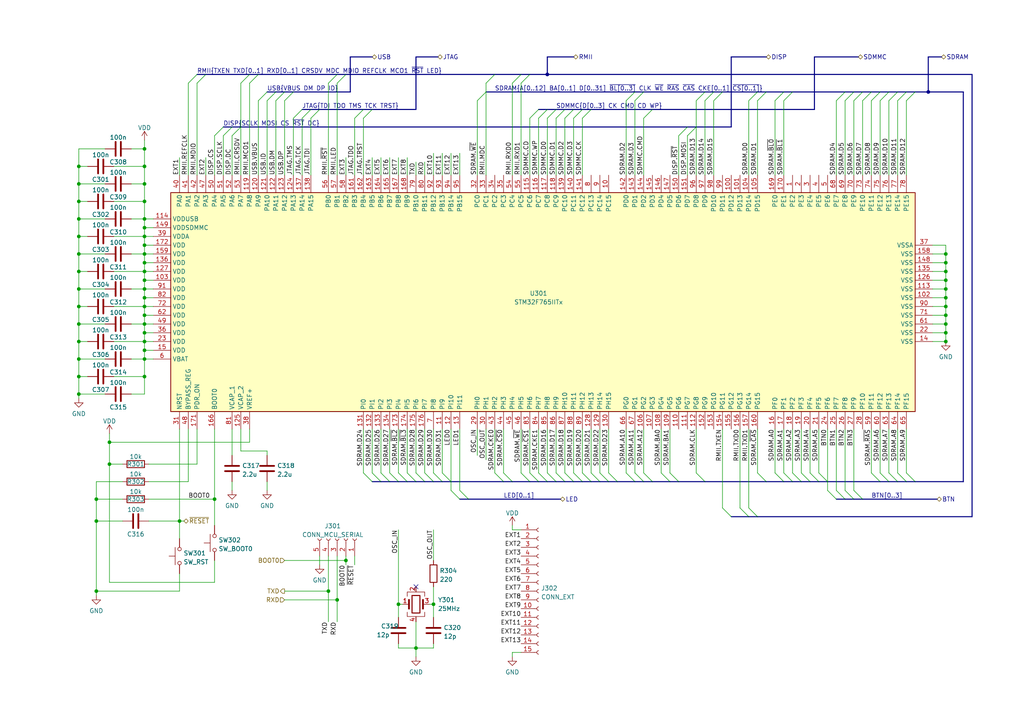
<source format=kicad_sch>
(kicad_sch (version 20211123) (generator eeschema)
  (paper "A4")
  (title_block (title "MARCO RAM Board") (rev "1") (comment 9 "MCU"))
  (junction (at 274.32 86.36))
  (junction (at 274.32 83.82))
  (junction (at 97.79 173.99))
  (junction (at 274.32 73.66))
  (junction (at 22.86 99.06))
  (junction (at 274.32 96.52))
  (junction (at 41.91 66.04))
  (junction (at 41.91 99.06))
  (junction (at 22.86 63.5))
  (junction (at 41.91 53.34))
  (junction (at 41.91 73.66))
  (junction (at 41.91 83.82))
  (junction (at 274.32 99.06))
  (junction (at 41.91 91.44))
  (junction (at 125.73 175.26))
  (junction (at 41.91 58.42))
  (junction (at 22.86 114.3))
  (junction (at 41.91 86.36))
  (junction (at 27.94 171.45))
  (junction (at 22.86 88.9))
  (junction (at 41.91 43.18))
  (junction (at 41.91 96.52))
  (junction (at 52.07 151.13))
  (junction (at 100.33 162.56))
  (junction (at 120.65 187.96))
  (junction (at 95.25 171.45))
  (junction (at 22.86 93.98))
  (junction (at 31.75 128.27))
  (junction (at 27.94 144.78))
  (junction (at 41.91 68.58))
  (junction (at 31.75 134.62))
  (junction (at 22.86 53.34))
  (junction (at 22.86 68.58))
  (junction (at 274.32 78.74))
  (junction (at 41.91 78.74))
  (junction (at 274.32 88.9))
  (junction (at 274.32 81.28))
  (junction (at 41.91 109.22))
  (junction (at 274.32 76.2))
  (junction (at 62.23 144.78))
  (junction (at 274.32 91.44))
  (junction (at 269.24 26.67))
  (junction (at 22.86 58.42))
  (junction (at 22.86 109.22))
  (junction (at 115.57 175.26))
  (junction (at 22.86 78.74))
  (junction (at 22.86 83.82))
  (junction (at 22.86 104.14))
  (junction (at 41.91 104.14))
  (junction (at 41.91 93.98))
  (junction (at 22.86 73.66))
  (junction (at 41.91 101.6))
  (junction (at 41.91 71.12))
  (junction (at 41.91 63.5))
  (junction (at 22.86 48.26))
  (junction (at 41.91 88.9))
  (junction (at 41.91 81.28))
  (junction (at 274.32 93.98))
  (junction (at 41.91 48.26))
  (junction (at 158.75 21.59))
  (junction (at 27.94 151.13))
  (junction (at 41.91 76.2))
  (no_connect (at 120.65 170.18))
  (bus_entry (at 82.55 26.67) (size -2.54 2.54))
  (bus_entry (at 80.01 26.67) (size -2.54 2.54))
  (bus_entry (at 260.35 137.16) (size 2.54 2.54))
  (bus_entry (at 171.45 137.16) (size 2.54 2.54))
  (bus_entry (at 255.27 26.67) (size -2.54 2.54))
  (bus_entry (at 143.51 137.16) (size 2.54 2.54))
  (bus_entry (at 247.65 26.67) (size -2.54 2.54))
  (bus_entry (at 250.19 26.67) (size -2.54 2.54))
  (bus_entry (at 191.77 137.16) (size 2.54 2.54))
  (bus_entry (at 163.83 137.16) (size 2.54 2.54))
  (bus_entry (at 105.41 31.75) (size -2.54 2.54))
  (bus_entry (at 232.41 137.16) (size 2.54 2.54))
  (bus_entry (at 252.73 26.67) (size -2.54 2.54))
  (bus_entry (at 247.65 144.78) (size -2.54 -2.54))
  (bus_entry (at 156.21 31.75) (size -2.54 2.54))
  (bus_entry (at 262.89 26.67) (size -2.54 2.54))
  (bus_entry (at 74.93 21.59) (size -2.54 2.54))
  (bus_entry (at 120.65 137.16) (size 2.54 2.54))
  (bus_entry (at 107.95 31.75) (size -2.54 2.54))
  (bus_entry (at 219.71 26.67) (size -2.54 2.54))
  (bus_entry (at 118.11 137.16) (size 2.54 2.54))
  (bus_entry (at 201.93 36.83) (size -2.54 2.54))
  (bus_entry (at 199.39 36.83) (size -2.54 2.54))
  (bus_entry (at 168.91 137.16) (size 2.54 2.54))
  (bus_entry (at 237.49 137.16) (size 2.54 2.54))
  (bus_entry (at 59.69 21.59) (size -2.54 2.54))
  (bus_entry (at 161.29 31.75) (size -2.54 2.54))
  (bus_entry (at 229.87 137.16) (size 2.54 2.54))
  (bus_entry (at 201.93 137.16) (size 2.54 2.54))
  (bus_entry (at 234.95 137.16) (size 2.54 2.54))
  (bus_entry (at 227.33 137.16) (size 2.54 2.54))
  (bus_entry (at 176.53 137.16) (size 2.54 2.54))
  (bus_entry (at 255.27 137.16) (size 2.54 2.54))
  (bus_entry (at 163.83 31.75) (size -2.54 2.54))
  (bus_entry (at 265.43 26.67) (size -2.54 2.54))
  (bus_entry (at 222.25 26.67) (size -2.54 2.54))
  (bus_entry (at 245.11 26.67) (size -2.54 2.54))
  (bus_entry (at 227.33 26.67) (size -2.54 2.54))
  (bus_entry (at 257.81 26.67) (size -2.54 2.54))
  (bus_entry (at 69.85 36.83) (size -2.54 2.54))
  (bus_entry (at 245.11 144.78) (size -2.54 -2.54))
  (bus_entry (at 189.23 31.75) (size -2.54 2.54))
  (bus_entry (at 161.29 139.7) (size -2.54 -2.54))
  (bus_entry (at 128.27 137.16) (size 2.54 2.54))
  (bus_entry (at 217.17 149.86) (size -2.54 -2.54))
  (bus_entry (at 212.09 149.86) (size -2.54 -2.54))
  (bus_entry (at 143.51 21.59) (size -2.54 2.54))
  (bus_entry (at 186.69 137.16) (size 2.54 2.54))
  (bus_entry (at 133.35 144.78) (size -2.54 -2.54))
  (bus_entry (at 125.73 137.16) (size 2.54 2.54))
  (bus_entry (at 64.77 36.83) (size -2.54 2.54))
  (bus_entry (at 153.67 137.16) (size 2.54 2.54))
  (bus_entry (at 219.71 137.16) (size 2.54 2.54))
  (bus_entry (at 260.35 26.67) (size -2.54 2.54))
  (bus_entry (at 113.03 137.16) (size 2.54 2.54))
  (bus_entry (at 257.81 137.16) (size 2.54 2.54))
  (bus_entry (at 115.57 137.16) (size 2.54 2.54))
  (bus_entry (at 77.47 26.67) (size -2.54 2.54))
  (bus_entry (at 135.89 144.78) (size -2.54 -2.54))
  (bus_entry (at 90.17 31.75) (size -2.54 2.54))
  (bus_entry (at 184.15 137.16) (size 2.54 2.54))
  (bus_entry (at 153.67 21.59) (size -2.54 2.54))
  (bus_entry (at 186.69 26.67) (size -2.54 2.54))
  (bus_entry (at 209.55 26.67) (size -2.54 2.54))
  (bus_entry (at 252.73 137.16) (size 2.54 2.54))
  (bus_entry (at 72.39 21.59) (size -2.54 2.54))
  (bus_entry (at 224.79 137.16) (size 2.54 2.54))
  (bus_entry (at 166.37 31.75) (size -2.54 2.54))
  (bus_entry (at 219.71 149.86) (size -2.54 -2.54))
  (bus_entry (at 92.71 31.75) (size -2.54 2.54))
  (bus_entry (at 123.19 137.16) (size 2.54 2.54))
  (bus_entry (at 151.13 137.16) (size 2.54 2.54))
  (bus_entry (at 181.61 137.16) (size 2.54 2.54))
  (bus_entry (at 161.29 137.16) (size 2.54 2.54))
  (bus_entry (at 207.01 26.67) (size -2.54 2.54))
  (bus_entry (at 151.13 21.59) (size -2.54 2.54))
  (bus_entry (at 140.97 26.67) (size -2.54 2.54))
  (bus_entry (at 156.21 137.16) (size 2.54 2.54))
  (bus_entry (at 57.15 21.59) (size -2.54 2.54))
  (bus_entry (at 97.79 21.59) (size -2.54 2.54))
  (bus_entry (at 100.33 21.59) (size -2.54 2.54))
  (bus_entry (at 242.57 144.78) (size -2.54 -2.54))
  (bus_entry (at 204.47 26.67) (size -2.54 2.54))
  (bus_entry (at 67.31 36.83) (size -2.54 2.54))
  (bus_entry (at 158.75 31.75) (size -2.54 2.54))
  (bus_entry (at 184.15 26.67) (size -2.54 2.54))
  (bus_entry (at 110.49 137.16) (size 2.54 2.54))
  (bus_entry (at 262.89 137.16) (size 2.54 2.54))
  (bus_entry (at 105.41 137.16) (size 2.54 2.54))
  (bus_entry (at 146.05 137.16) (size 2.54 2.54))
  (bus_entry (at 168.91 31.75) (size -2.54 2.54))
  (bus_entry (at 194.31 137.16) (size 2.54 2.54))
  (bus_entry (at 229.87 26.67) (size -2.54 2.54))
  (bus_entry (at 173.99 137.16) (size 2.54 2.54))
  (bus_entry (at 107.95 137.16) (size 2.54 2.54))
  (bus_entry (at 171.45 31.75) (size -2.54 2.54))
  (bus_entry (at 166.37 137.16) (size 2.54 2.54))
  (bus_entry (at 85.09 26.67) (size -2.54 2.54))
  (bus_entry (at 87.63 31.75) (size -2.54 2.54))
  (bus_entry (at 250.19 144.78) (size -2.54 -2.54))
  (wire (pts (xy 110.49 45.72) (xy 110.49 50.8)))
  (wire (pts (xy 100.33 161.29) (xy 100.33 162.56)))
  (bus (pts (xy 107.95 31.75) (xy 120.65 31.75)))
  (wire (pts (xy 143.51 124.46) (xy 143.51 137.16)))
  (wire (pts (xy 95.25 24.13) (xy 95.25 50.8)))
  (wire (pts (xy 38.1 53.34) (xy 41.91 53.34)))
  (wire (pts (xy 41.91 81.28) (xy 44.45 81.28)))
  (wire (pts (xy 27.94 139.7) (xy 27.94 144.78)))
  (wire (pts (xy 22.86 73.66) (xy 30.48 73.66)))
  (wire (pts (xy 41.91 43.18) (xy 41.91 48.26)))
  (wire (pts (xy 69.85 124.46) (xy 69.85 130.81)))
  (wire (pts (xy 274.32 73.66) (xy 274.32 76.2)))
  (wire (pts (xy 242.57 124.46) (xy 242.57 142.24)))
  (wire (pts (xy 85.09 34.29) (xy 85.09 50.8)))
  (wire (pts (xy 69.85 24.13) (xy 69.85 36.83)))
  (wire (pts (xy 22.86 73.66) (xy 22.86 68.58)))
  (wire (pts (xy 22.86 83.82) (xy 30.48 83.82)))
  (bus (pts (xy 156.21 31.75) (xy 158.75 31.75)))
  (wire (pts (xy 158.75 124.46) (xy 158.75 137.16)))
  (wire (pts (xy 140.97 24.13) (xy 140.97 26.67)))
  (wire (pts (xy 62.23 39.37) (xy 62.23 50.8)))
  (wire (pts (xy 22.86 78.74) (xy 25.4 78.74)))
  (wire (pts (xy 115.57 175.26) (xy 116.84 175.26)))
  (wire (pts (xy 107.95 124.46) (xy 107.95 137.16)))
  (bus (pts (xy 212.09 149.86) (xy 217.17 149.86)))
  (wire (pts (xy 130.81 139.7) (xy 130.81 142.24)))
  (wire (pts (xy 270.51 81.28) (xy 274.32 81.28)))
  (wire (pts (xy 22.86 63.5) (xy 22.86 58.42)))
  (bus (pts (xy 250.19 144.78) (xy 271.78 144.78)))
  (bus (pts (xy 245.11 26.67) (xy 247.65 26.67)))
  (wire (pts (xy 31.75 125.73) (xy 31.75 128.27)))
  (bus (pts (xy 127 16.51) (xy 120.65 16.51)))
  (wire (pts (xy 43.18 144.78) (xy 62.23 144.78)))
  (wire (pts (xy 123.19 46.99) (xy 123.19 50.8)))
  (bus (pts (xy 184.15 139.7) (xy 186.69 139.7)))
  (bus (pts (xy 158.75 31.75) (xy 161.29 31.75)))
  (bus (pts (xy 201.93 36.83) (xy 212.09 36.83)))
  (wire (pts (xy 191.77 124.46) (xy 191.77 137.16)))
  (bus (pts (xy 222.25 139.7) (xy 227.33 139.7)))
  (wire (pts (xy 22.86 93.98) (xy 30.48 93.98)))
  (wire (pts (xy 148.59 152.4) (xy 148.59 153.67)))
  (wire (pts (xy 199.39 39.37) (xy 199.39 50.8)))
  (wire (pts (xy 22.86 104.14) (xy 30.48 104.14)))
  (bus (pts (xy 67.31 36.83) (xy 69.85 36.83)))
  (wire (pts (xy 38.1 63.5) (xy 41.91 63.5)))
  (wire (pts (xy 41.91 104.14) (xy 41.91 109.22)))
  (wire (pts (xy 115.57 175.26) (xy 115.57 179.07)))
  (wire (pts (xy 64.77 39.37) (xy 64.77 50.8)))
  (wire (pts (xy 57.15 24.13) (xy 57.15 50.8)))
  (wire (pts (xy 151.13 189.23) (xy 148.59 189.23)))
  (wire (pts (xy 52.07 166.37) (xy 52.07 171.45)))
  (bus (pts (xy 82.55 26.67) (xy 85.09 26.67)))
  (wire (pts (xy 133.35 124.46) (xy 133.35 142.24)))
  (wire (pts (xy 120.65 46.99) (xy 120.65 50.8)))
  (bus (pts (xy 176.53 139.7) (xy 179.07 139.7)))
  (wire (pts (xy 125.73 175.26) (xy 125.73 179.07)))
  (wire (pts (xy 41.91 99.06) (xy 44.45 99.06)))
  (wire (pts (xy 27.94 144.78) (xy 35.56 144.78)))
  (wire (pts (xy 62.23 144.78) (xy 62.23 152.4)))
  (wire (pts (xy 229.87 124.46) (xy 229.87 137.16)))
  (bus (pts (xy 158.75 21.59) (xy 158.75 16.51)))
  (bus (pts (xy 168.91 139.7) (xy 171.45 139.7)))
  (bus (pts (xy 227.33 26.67) (xy 229.87 26.67)))
  (wire (pts (xy 110.49 124.46) (xy 110.49 137.16)))
  (wire (pts (xy 161.29 124.46) (xy 161.29 137.16)))
  (bus (pts (xy 255.27 26.67) (xy 257.81 26.67)))
  (wire (pts (xy 262.89 29.21) (xy 262.89 50.8)))
  (wire (pts (xy 123.19 124.46) (xy 123.19 137.16)))
  (bus (pts (xy 166.37 139.7) (xy 168.91 139.7)))
  (wire (pts (xy 27.94 144.78) (xy 27.94 151.13)))
  (wire (pts (xy 41.91 93.98) (xy 41.91 96.52)))
  (bus (pts (xy 227.33 139.7) (xy 229.87 139.7)))
  (bus (pts (xy 101.6 26.67) (xy 101.6 16.51)))
  (bus (pts (xy 85.09 26.67) (xy 101.6 26.67)))
  (wire (pts (xy 41.91 63.5) (xy 41.91 66.04)))
  (wire (pts (xy 201.93 124.46) (xy 201.93 137.16)))
  (wire (pts (xy 274.32 91.44) (xy 274.32 93.98)))
  (bus (pts (xy 240.03 139.7) (xy 255.27 139.7)))
  (wire (pts (xy 207.01 29.21) (xy 207.01 50.8)))
  (wire (pts (xy 41.91 68.58) (xy 44.45 68.58)))
  (wire (pts (xy 41.91 91.44) (xy 41.91 93.98)))
  (wire (pts (xy 41.91 86.36) (xy 44.45 86.36)))
  (bus (pts (xy 222.25 26.67) (xy 227.33 26.67)))
  (wire (pts (xy 250.19 29.21) (xy 250.19 50.8)))
  (wire (pts (xy 97.79 24.13) (xy 97.79 50.8)))
  (wire (pts (xy 100.33 162.56) (xy 100.33 163.83)))
  (wire (pts (xy 161.29 34.29) (xy 161.29 50.8)))
  (wire (pts (xy 257.81 124.46) (xy 257.81 137.16)))
  (wire (pts (xy 52.07 151.13) (xy 52.07 124.46)))
  (wire (pts (xy 201.93 29.21) (xy 201.93 36.83)))
  (bus (pts (xy 110.49 139.7) (xy 113.03 139.7)))
  (wire (pts (xy 186.69 124.46) (xy 186.69 137.16)))
  (wire (pts (xy 224.79 29.21) (xy 224.79 50.8)))
  (wire (pts (xy 52.07 45.72) (xy 52.07 50.8)))
  (wire (pts (xy 184.15 29.21) (xy 184.15 50.8)))
  (bus (pts (xy 260.35 26.67) (xy 262.89 26.67)))
  (bus (pts (xy 143.51 21.59) (xy 151.13 21.59)))
  (wire (pts (xy 41.91 66.04) (xy 44.45 66.04)))
  (bus (pts (xy 179.07 139.7) (xy 184.15 139.7)))
  (wire (pts (xy 227.33 29.21) (xy 227.33 50.8)))
  (bus (pts (xy 135.89 144.78) (xy 162.56 144.78)))
  (wire (pts (xy 22.86 53.34) (xy 30.48 53.34)))
  (wire (pts (xy 41.91 73.66) (xy 44.45 73.66)))
  (wire (pts (xy 38.1 43.18) (xy 41.91 43.18)))
  (bus (pts (xy 107.95 139.7) (xy 110.49 139.7)))
  (wire (pts (xy 163.83 124.46) (xy 163.83 137.16)))
  (wire (pts (xy 270.51 83.82) (xy 274.32 83.82)))
  (wire (pts (xy 33.02 58.42) (xy 41.91 58.42)))
  (wire (pts (xy 163.83 34.29) (xy 163.83 50.8)))
  (wire (pts (xy 237.49 124.46) (xy 237.49 137.16)))
  (wire (pts (xy 247.65 29.21) (xy 247.65 50.8)))
  (wire (pts (xy 22.86 78.74) (xy 22.86 73.66)))
  (bus (pts (xy 100.33 21.59) (xy 143.51 21.59)))
  (wire (pts (xy 22.86 88.9) (xy 25.4 88.9)))
  (wire (pts (xy 274.32 88.9) (xy 274.32 91.44)))
  (wire (pts (xy 41.91 58.42) (xy 41.91 63.5)))
  (bus (pts (xy 204.47 26.67) (xy 207.01 26.67)))
  (wire (pts (xy 166.37 34.29) (xy 166.37 50.8)))
  (wire (pts (xy 41.91 81.28) (xy 41.91 83.82)))
  (wire (pts (xy 22.86 43.18) (xy 30.48 43.18)))
  (bus (pts (xy 120.65 139.7) (xy 123.19 139.7)))
  (wire (pts (xy 41.91 68.58) (xy 41.91 71.12)))
  (wire (pts (xy 41.91 73.66) (xy 41.91 76.2)))
  (wire (pts (xy 105.41 124.46) (xy 105.41 137.16)))
  (wire (pts (xy 41.91 109.22) (xy 41.91 114.3)))
  (wire (pts (xy 181.61 124.46) (xy 181.61 137.16)))
  (bus (pts (xy 59.69 21.59) (xy 72.39 21.59)))
  (wire (pts (xy 140.97 26.67) (xy 140.97 50.8)))
  (wire (pts (xy 62.23 168.91) (xy 62.23 162.56)))
  (wire (pts (xy 22.86 48.26) (xy 22.86 43.18)))
  (wire (pts (xy 240.03 139.7) (xy 240.03 142.24)))
  (wire (pts (xy 22.86 88.9) (xy 22.86 83.82)))
  (wire (pts (xy 270.51 91.44) (xy 274.32 91.44)))
  (wire (pts (xy 156.21 124.46) (xy 156.21 137.16)))
  (wire (pts (xy 102.87 161.29) (xy 102.87 163.83)))
  (wire (pts (xy 95.25 161.29) (xy 95.25 171.45)))
  (bus (pts (xy 77.47 26.67) (xy 80.01 26.67)))
  (wire (pts (xy 115.57 153.67) (xy 115.57 175.26)))
  (wire (pts (xy 130.81 124.46) (xy 130.81 139.7)))
  (bus (pts (xy 161.29 139.7) (xy 163.83 139.7)))
  (bus (pts (xy 92.71 31.75) (xy 105.41 31.75)))
  (wire (pts (xy 22.86 114.3) (xy 22.86 109.22)))
  (bus (pts (xy 269.24 16.51) (xy 273.05 16.51)))
  (wire (pts (xy 245.11 124.46) (xy 245.11 142.24)))
  (wire (pts (xy 43.18 139.7) (xy 54.61 139.7)))
  (bus (pts (xy 153.67 21.59) (xy 158.75 21.59)))
  (wire (pts (xy 41.91 93.98) (xy 44.45 93.98)))
  (wire (pts (xy 27.94 171.45) (xy 52.07 171.45)))
  (wire (pts (xy 217.17 29.21) (xy 217.17 50.8)))
  (wire (pts (xy 67.31 124.46) (xy 67.31 132.08)))
  (wire (pts (xy 38.1 73.66) (xy 41.91 73.66)))
  (bus (pts (xy 69.85 36.83) (xy 199.39 36.83)))
  (wire (pts (xy 125.73 44.45) (xy 125.73 50.8)))
  (wire (pts (xy 166.37 124.46) (xy 166.37 137.16)))
  (wire (pts (xy 27.94 151.13) (xy 35.56 151.13)))
  (wire (pts (xy 118.11 45.72) (xy 118.11 50.8)))
  (bus (pts (xy 265.43 26.67) (xy 269.24 26.67)))
  (bus (pts (xy 262.89 26.67) (xy 265.43 26.67)))
  (wire (pts (xy 90.17 34.29) (xy 90.17 50.8)))
  (wire (pts (xy 113.03 45.72) (xy 113.03 50.8)))
  (bus (pts (xy 234.95 139.7) (xy 237.49 139.7)))
  (bus (pts (xy 212.09 36.83) (xy 212.09 16.51)))
  (wire (pts (xy 252.73 124.46) (xy 252.73 137.16)))
  (bus (pts (xy 262.89 139.7) (xy 265.43 139.7)))
  (bus (pts (xy 163.83 31.75) (xy 166.37 31.75)))
  (wire (pts (xy 270.51 96.52) (xy 274.32 96.52)))
  (wire (pts (xy 125.73 187.96) (xy 125.73 186.69)))
  (wire (pts (xy 130.81 44.45) (xy 130.81 50.8)))
  (bus (pts (xy 151.13 21.59) (xy 153.67 21.59)))
  (wire (pts (xy 227.33 124.46) (xy 227.33 137.16)))
  (wire (pts (xy 156.21 34.29) (xy 156.21 50.8)))
  (wire (pts (xy 274.32 81.28) (xy 274.32 83.82)))
  (bus (pts (xy 87.63 31.75) (xy 90.17 31.75)))
  (wire (pts (xy 125.73 124.46) (xy 125.73 137.16)))
  (bus (pts (xy 237.49 139.7) (xy 240.03 139.7)))
  (wire (pts (xy 33.02 99.06) (xy 41.91 99.06)))
  (bus (pts (xy 257.81 139.7) (xy 260.35 139.7)))
  (bus (pts (xy 194.31 139.7) (xy 196.85 139.7)))
  (bus (pts (xy 171.45 139.7) (xy 173.99 139.7)))
  (wire (pts (xy 125.73 175.26) (xy 124.46 175.26)))
  (wire (pts (xy 22.86 58.42) (xy 25.4 58.42)))
  (wire (pts (xy 22.86 53.34) (xy 22.86 48.26)))
  (bus (pts (xy 57.15 21.59) (xy 59.69 21.59)))
  (wire (pts (xy 270.51 88.9) (xy 274.32 88.9)))
  (wire (pts (xy 41.91 53.34) (xy 41.91 58.42)))
  (wire (pts (xy 201.93 36.83) (xy 201.93 50.8)))
  (wire (pts (xy 82.55 29.21) (xy 82.55 50.8)))
  (bus (pts (xy 269.24 26.67) (xy 279.4 26.67)))
  (wire (pts (xy 107.95 45.72) (xy 107.95 50.8)))
  (wire (pts (xy 204.47 29.21) (xy 204.47 50.8)))
  (bus (pts (xy 212.09 16.51) (xy 222.25 16.51)))
  (wire (pts (xy 234.95 124.46) (xy 234.95 137.16)))
  (bus (pts (xy 118.11 139.7) (xy 120.65 139.7)))
  (bus (pts (xy 269.24 26.67) (xy 269.24 16.51)))
  (wire (pts (xy 260.35 29.21) (xy 260.35 50.8)))
  (wire (pts (xy 113.03 124.46) (xy 113.03 137.16)))
  (wire (pts (xy 171.45 124.46) (xy 171.45 137.16)))
  (wire (pts (xy 247.65 124.46) (xy 247.65 142.24)))
  (wire (pts (xy 151.13 124.46) (xy 151.13 137.16)))
  (wire (pts (xy 128.27 124.46) (xy 128.27 137.16)))
  (wire (pts (xy 125.73 170.18) (xy 125.73 175.26)))
  (bus (pts (xy 189.23 31.75) (xy 236.22 31.75)))
  (wire (pts (xy 33.02 68.58) (xy 41.91 68.58)))
  (wire (pts (xy 270.51 99.06) (xy 274.32 99.06)))
  (wire (pts (xy 274.32 76.2) (xy 274.32 78.74)))
  (wire (pts (xy 105.41 34.29) (xy 105.41 50.8)))
  (bus (pts (xy 128.27 139.7) (xy 130.81 139.7)))
  (bus (pts (xy 115.57 139.7) (xy 118.11 139.7)))
  (wire (pts (xy 77.47 139.7) (xy 77.47 142.24)))
  (wire (pts (xy 194.31 124.46) (xy 194.31 137.16)))
  (wire (pts (xy 252.73 29.21) (xy 252.73 50.8)))
  (wire (pts (xy 52.07 151.13) (xy 53.34 151.13)))
  (bus (pts (xy 166.37 31.75) (xy 168.91 31.75)))
  (wire (pts (xy 270.51 71.12) (xy 274.32 71.12)))
  (wire (pts (xy 168.91 34.29) (xy 168.91 50.8)))
  (wire (pts (xy 181.61 29.21) (xy 181.61 50.8)))
  (wire (pts (xy 219.71 124.46) (xy 219.71 137.16)))
  (wire (pts (xy 22.86 63.5) (xy 30.48 63.5)))
  (wire (pts (xy 120.65 180.34) (xy 120.65 187.96)))
  (bus (pts (xy 265.43 139.7) (xy 279.4 139.7)))
  (wire (pts (xy 92.71 161.29) (xy 92.71 163.83)))
  (wire (pts (xy 80.01 29.21) (xy 80.01 50.8)))
  (bus (pts (xy 80.01 26.67) (xy 82.55 26.67)))
  (wire (pts (xy 138.43 29.21) (xy 138.43 50.8)))
  (wire (pts (xy 43.18 151.13) (xy 52.07 151.13)))
  (wire (pts (xy 31.75 134.62) (xy 31.75 168.91)))
  (wire (pts (xy 274.32 93.98) (xy 274.32 96.52)))
  (wire (pts (xy 69.85 130.81) (xy 77.47 130.81)))
  (bus (pts (xy 236.22 16.51) (xy 248.92 16.51)))
  (bus (pts (xy 209.55 26.67) (xy 219.71 26.67)))
  (bus (pts (xy 260.35 139.7) (xy 262.89 139.7)))
  (wire (pts (xy 41.91 96.52) (xy 44.45 96.52)))
  (bus (pts (xy 219.71 149.86) (xy 281.94 149.86)))
  (bus (pts (xy 140.97 26.67) (xy 184.15 26.67)))
  (bus (pts (xy 163.83 139.7) (xy 166.37 139.7)))
  (wire (pts (xy 173.99 124.46) (xy 173.99 137.16)))
  (wire (pts (xy 43.18 134.62) (xy 57.15 134.62)))
  (bus (pts (xy 146.05 139.7) (xy 148.59 139.7)))
  (wire (pts (xy 115.57 45.72) (xy 115.57 50.8)))
  (bus (pts (xy 153.67 139.7) (xy 156.21 139.7)))
  (wire (pts (xy 41.91 40.64) (xy 41.91 43.18)))
  (bus (pts (xy 72.39 21.59) (xy 74.93 21.59)))
  (wire (pts (xy 38.1 104.14) (xy 41.91 104.14)))
  (bus (pts (xy 158.75 21.59) (xy 281.94 21.59)))
  (wire (pts (xy 120.65 124.46) (xy 120.65 137.16)))
  (bus (pts (xy 148.59 139.7) (xy 153.67 139.7)))
  (bus (pts (xy 217.17 149.86) (xy 219.71 149.86)))
  (wire (pts (xy 31.75 128.27) (xy 72.39 128.27)))
  (wire (pts (xy 74.93 29.21) (xy 74.93 50.8)))
  (wire (pts (xy 41.91 48.26) (xy 41.91 53.34)))
  (wire (pts (xy 232.41 124.46) (xy 232.41 137.16)))
  (wire (pts (xy 41.91 91.44) (xy 44.45 91.44)))
  (wire (pts (xy 120.65 187.96) (xy 120.65 190.5)))
  (bus (pts (xy 255.27 139.7) (xy 257.81 139.7)))
  (wire (pts (xy 138.43 124.46) (xy 138.43 132.08)))
  (bus (pts (xy 186.69 139.7) (xy 189.23 139.7)))
  (wire (pts (xy 148.59 189.23) (xy 148.59 190.5)))
  (wire (pts (xy 176.53 124.46) (xy 176.53 137.16)))
  (wire (pts (xy 31.75 168.91) (xy 62.23 168.91)))
  (bus (pts (xy 171.45 31.75) (xy 189.23 31.75)))
  (wire (pts (xy 257.81 29.21) (xy 257.81 50.8)))
  (bus (pts (xy 130.81 139.7) (xy 146.05 139.7)))
  (wire (pts (xy 255.27 29.21) (xy 255.27 50.8)))
  (wire (pts (xy 115.57 187.96) (xy 120.65 187.96)))
  (bus (pts (xy 186.69 26.67) (xy 204.47 26.67)))
  (wire (pts (xy 224.79 124.46) (xy 224.79 137.16)))
  (wire (pts (xy 44.45 104.14) (xy 41.91 104.14)))
  (wire (pts (xy 41.91 86.36) (xy 41.91 88.9)))
  (wire (pts (xy 262.89 137.16) (xy 262.89 124.46)))
  (bus (pts (xy 133.35 144.78) (xy 135.89 144.78)))
  (wire (pts (xy 77.47 29.21) (xy 77.47 50.8)))
  (wire (pts (xy 41.91 83.82) (xy 41.91 86.36)))
  (bus (pts (xy 247.65 144.78) (xy 250.19 144.78)))
  (bus (pts (xy 173.99 139.7) (xy 176.53 139.7)))
  (wire (pts (xy 41.91 76.2) (xy 44.45 76.2)))
  (wire (pts (xy 41.91 99.06) (xy 41.91 101.6)))
  (wire (pts (xy 115.57 124.46) (xy 115.57 137.16)))
  (wire (pts (xy 148.59 24.13) (xy 148.59 50.8)))
  (bus (pts (xy 113.03 139.7) (xy 115.57 139.7)))
  (wire (pts (xy 82.55 173.99) (xy 97.79 173.99)))
  (wire (pts (xy 245.11 29.21) (xy 245.11 50.8)))
  (wire (pts (xy 270.51 86.36) (xy 274.32 86.36)))
  (bus (pts (xy 101.6 16.51) (xy 107.95 16.51)))
  (wire (pts (xy 242.57 29.21) (xy 242.57 50.8)))
  (bus (pts (xy 199.39 36.83) (xy 201.93 36.83)))
  (wire (pts (xy 27.94 151.13) (xy 27.94 171.45)))
  (wire (pts (xy 22.86 99.06) (xy 22.86 93.98)))
  (wire (pts (xy 41.91 78.74) (xy 44.45 78.74)))
  (wire (pts (xy 22.86 109.22) (xy 25.4 109.22)))
  (wire (pts (xy 52.07 151.13) (xy 52.07 156.21)))
  (wire (pts (xy 97.79 161.29) (xy 97.79 173.99)))
  (wire (pts (xy 128.27 44.45) (xy 128.27 50.8)))
  (wire (pts (xy 196.85 39.37) (xy 196.85 50.8)))
  (bus (pts (xy 229.87 26.67) (xy 245.11 26.67)))
  (wire (pts (xy 33.02 88.9) (xy 41.91 88.9)))
  (wire (pts (xy 57.15 134.62) (xy 57.15 124.46)))
  (wire (pts (xy 153.67 34.29) (xy 153.67 50.8)))
  (wire (pts (xy 27.94 171.45) (xy 27.94 172.72)))
  (wire (pts (xy 41.91 71.12) (xy 44.45 71.12)))
  (wire (pts (xy 240.03 124.46) (xy 240.03 139.7)))
  (wire (pts (xy 22.86 104.14) (xy 22.86 99.06)))
  (bus (pts (xy 125.73 139.7) (xy 128.27 139.7)))
  (wire (pts (xy 41.91 63.5) (xy 44.45 63.5)))
  (bus (pts (xy 74.93 21.59) (xy 97.79 21.59)))
  (wire (pts (xy 41.91 76.2) (xy 41.91 78.74)))
  (wire (pts (xy 22.86 99.06) (xy 25.4 99.06)))
  (bus (pts (xy 105.41 31.75) (xy 107.95 31.75)))
  (wire (pts (xy 158.75 34.29) (xy 158.75 50.8)))
  (bus (pts (xy 120.65 16.51) (xy 120.65 31.75)))
  (wire (pts (xy 41.91 101.6) (xy 44.45 101.6)))
  (bus (pts (xy 245.11 144.78) (xy 247.65 144.78)))
  (wire (pts (xy 82.55 162.56) (xy 100.33 162.56)))
  (wire (pts (xy 274.32 83.82) (xy 274.32 86.36)))
  (bus (pts (xy 252.73 26.67) (xy 255.27 26.67)))
  (bus (pts (xy 158.75 16.51) (xy 166.37 16.51)))
  (bus (pts (xy 123.19 139.7) (xy 125.73 139.7)))
  (wire (pts (xy 54.61 139.7) (xy 54.61 124.46)))
  (wire (pts (xy 118.11 124.46) (xy 118.11 137.16)))
  (wire (pts (xy 54.61 24.13) (xy 54.61 50.8)))
  (bus (pts (xy 168.91 31.75) (xy 171.45 31.75)))
  (wire (pts (xy 168.91 124.46) (xy 168.91 137.16)))
  (wire (pts (xy 22.86 58.42) (xy 22.86 53.34)))
  (wire (pts (xy 22.86 109.22) (xy 22.86 104.14)))
  (wire (pts (xy 270.51 93.98) (xy 274.32 93.98)))
  (wire (pts (xy 41.91 78.74) (xy 41.91 81.28)))
  (bus (pts (xy 158.75 139.7) (xy 161.29 139.7)))
  (wire (pts (xy 41.91 71.12) (xy 41.91 73.66)))
  (bus (pts (xy 196.85 139.7) (xy 204.47 139.7)))
  (wire (pts (xy 97.79 173.99) (xy 97.79 180.34)))
  (wire (pts (xy 219.71 29.21) (xy 219.71 50.8)))
  (wire (pts (xy 274.32 71.12) (xy 274.32 73.66)))
  (wire (pts (xy 186.69 34.29) (xy 186.69 50.8)))
  (wire (pts (xy 62.23 124.46) (xy 62.23 144.78)))
  (wire (pts (xy 41.91 96.52) (xy 41.91 99.06)))
  (wire (pts (xy 95.25 171.45) (xy 95.25 180.34)))
  (bus (pts (xy 97.79 21.59) (xy 100.33 21.59)))
  (bus (pts (xy 281.94 21.59) (xy 281.94 149.86)))
  (wire (pts (xy 148.59 153.67) (xy 151.13 153.67)))
  (bus (pts (xy 242.57 144.78) (xy 245.11 144.78)))
  (wire (pts (xy 31.75 128.27) (xy 31.75 134.62)))
  (bus (pts (xy 232.41 139.7) (xy 234.95 139.7)))
  (wire (pts (xy 270.51 76.2) (xy 274.32 76.2)))
  (bus (pts (xy 279.4 26.67) (xy 279.4 139.7)))
  (wire (pts (xy 100.33 45.72) (xy 100.33 50.8)))
  (wire (pts (xy 67.31 39.37) (xy 67.31 50.8)))
  (wire (pts (xy 41.91 66.04) (xy 41.91 68.58)))
  (bus (pts (xy 219.71 26.67) (xy 222.25 26.67)))
  (bus (pts (xy 64.77 36.83) (xy 67.31 36.83)))
  (wire (pts (xy 41.91 88.9) (xy 44.45 88.9)))
  (wire (pts (xy 151.13 24.13) (xy 151.13 50.8)))
  (bus (pts (xy 236.22 31.75) (xy 236.22 16.51)))
  (wire (pts (xy 22.86 114.3) (xy 22.86 115.57)))
  (wire (pts (xy 82.55 171.45) (xy 95.25 171.45)))
  (wire (pts (xy 22.86 114.3) (xy 30.48 114.3)))
  (wire (pts (xy 260.35 124.46) (xy 260.35 137.16)))
  (wire (pts (xy 22.86 93.98) (xy 22.86 88.9)))
  (wire (pts (xy 77.47 132.08) (xy 77.47 130.81)))
  (bus (pts (xy 161.29 31.75) (xy 163.83 31.75)))
  (wire (pts (xy 38.1 93.98) (xy 41.91 93.98)))
  (wire (pts (xy 38.1 83.82) (xy 41.91 83.82)))
  (wire (pts (xy 274.32 96.52) (xy 274.32 99.06)))
  (wire (pts (xy 255.27 124.46) (xy 255.27 137.16)))
  (wire (pts (xy 102.87 34.29) (xy 102.87 50.8)))
  (wire (pts (xy 41.91 114.3) (xy 38.1 114.3)))
  (bus (pts (xy 250.19 26.67) (xy 252.73 26.67)))
  (wire (pts (xy 115.57 186.69) (xy 115.57 187.96)))
  (wire (pts (xy 69.85 36.83) (xy 69.85 50.8)))
  (wire (pts (xy 270.51 78.74) (xy 274.32 78.74)))
  (wire (pts (xy 133.35 44.45) (xy 133.35 50.8)))
  (wire (pts (xy 33.02 48.26) (xy 41.91 48.26)))
  (wire (pts (xy 22.86 83.82) (xy 22.86 78.74)))
  (bus (pts (xy 189.23 139.7) (xy 194.31 139.7)))
  (wire (pts (xy 22.86 68.58) (xy 22.86 63.5)))
  (wire (pts (xy 33.02 109.22) (xy 41.91 109.22)))
  (wire (pts (xy 33.02 78.74) (xy 41.91 78.74)))
  (wire (pts (xy 31.75 134.62) (xy 35.56 134.62)))
  (wire (pts (xy 140.97 124.46) (xy 140.97 133.35)))
  (wire (pts (xy 209.55 124.46) (xy 209.55 147.32)))
  (wire (pts (xy 274.32 86.36) (xy 274.32 88.9)))
  (wire (pts (xy 274.32 78.74) (xy 274.32 81.28)))
  (wire (pts (xy 41.91 88.9) (xy 41.91 91.44)))
  (wire (pts (xy 270.51 73.66) (xy 274.32 73.66)))
  (bus (pts (xy 184.15 26.67) (xy 186.69 26.67)))
  (bus (pts (xy 156.21 139.7) (xy 158.75 139.7)))
  (wire (pts (xy 41.91 104.14) (xy 41.91 101.6)))
  (wire (pts (xy 72.39 24.13) (xy 72.39 50.8)))
  (wire (pts (xy 22.86 48.26) (xy 25.4 48.26)))
  (wire (pts (xy 120.65 187.96) (xy 125.73 187.96)))
  (bus (pts (xy 90.17 31.75) (xy 92.71 31.75)))
  (wire (pts (xy 35.56 139.7) (xy 27.94 139.7)))
  (bus (pts (xy 207.01 26.67) (xy 209.55 26.67)))
  (wire (pts (xy 146.05 124.46) (xy 146.05 137.16)))
  (wire (pts (xy 22.86 68.58) (xy 25.4 68.58)))
  (wire (pts (xy 125.73 153.67) (xy 125.73 162.56)))
  (wire (pts (xy 67.31 139.7) (xy 67.31 142.24)))
  (wire (pts (xy 153.67 124.46) (xy 153.67 137.16)))
  (bus (pts (xy 229.87 139.7) (xy 232.41 139.7)))
  (wire (pts (xy 59.69 45.72) (xy 59.69 50.8)))
  (wire (pts (xy 87.63 34.29) (xy 87.63 50.8)))
  (wire (pts (xy 41.91 83.82) (xy 44.45 83.82)))
  (wire (pts (xy 214.63 124.46) (xy 214.63 147.32)))
  (wire (pts (xy 72.39 124.46) (xy 72.39 128.27)))
  (wire (pts (xy 184.15 124.46) (xy 184.15 137.16)))
  (wire (pts (xy 217.17 124.46) (xy 217.17 147.32)))
  (bus (pts (xy 257.81 26.67) (xy 260.35 26.67)))
  (bus (pts (xy 247.65 26.67) (xy 250.19 26.67)))
  (bus (pts (xy 204.47 139.7) (xy 222.25 139.7)))
  (label "JTAG.TCK" (at 87.63 50.8 90))
  (label "SDMMC.CD" (at 153.67 50.8 90))
  (label "SDRAM.CKE1" (at 156.21 124.46 270))
  (label "SDRAM.~{CAS}" (at 219.71 124.46 270))
  (label "EXT6" (at 113.03 50.8 90))
  (label "SDRAM.A3" (at 232.41 124.46 270))
  (label "SDRAM.CLK" (at 201.93 124.46 270))
  (label "SDMMC.D3" (at 166.37 50.8 90))
  (label "SDRAM.BA1" (at 194.31 124.46 270))
  (label "SDRAM.D11" (at 260.35 50.8 90))
  (label "RMII.LED" (at 97.79 50.8 90))
  (label "BOOT0" (at 54.61 144.78 0))
  (label "SDRAM.~{BL3}" (at 118.11 124.46 270))
  (label "SDRAM.D18" (at 163.83 124.46 270))
  (label "SDRAM.D20" (at 168.91 124.46 270))
  (label "EXT7" (at 151.13 171.45 180))
  (label "SDRAM.A6" (at 255.27 124.46 270))
  (label "SDRAM.D9" (at 255.27 50.8 90))
  (label "SDRAM.A0" (at 224.79 124.46 270))
  (label "JTAG.TDI" (at 90.17 50.8 90))
  (label "RMII.MCO1" (at 72.39 50.8 90))
  (label "BTN0" (at 240.03 124.46 270))
  (label "EXT6" (at 151.13 168.91 180))
  (label "SDMMC.CK" (at 168.91 50.8 90))
  (label "SDRAM.D29" (at 123.19 124.46 270))
  (label "SDRAM.~{WE}" (at 151.13 124.46 270))
  (label "RMII.MDC" (at 140.97 50.8 90))
  (label "SDRAM.A5" (at 237.49 124.46 270))
  (label "~{RESET}" (at 102.87 163.83 270))
  (label "RMII.TXD1" (at 217.17 124.46 270))
  (label "SDRAM.D19" (at 166.37 124.46 270))
  (label "SDRAM.D0" (at 217.17 50.8 90))
  (label "SDMMC.D2" (at 163.83 50.8 90))
  (label "SDMMC.D0" (at 158.75 50.8 90))
  (label "USB.DP" (at 82.55 50.8 90))
  (label "EXT12" (at 130.81 50.8 90))
  (label "SDRAM.A4" (at 234.95 124.46 270))
  (label "OSC_OUT" (at 125.73 153.67 270))
  (label "RXD" (at 123.19 50.8 90))
  (label "JTAG.TRST" (at 105.41 50.8 90))
  (label "BOOT0" (at 100.33 163.83 270))
  (label "EXT13" (at 151.13 186.69 180))
  (label "SDRAM.~{WE}" (at 138.43 50.8 90))
  (label "SDRAM.D4" (at 242.57 50.8 90))
  (label "EXT3" (at 100.33 50.8 90))
  (label "SDRAM.D30" (at 125.73 124.46 270))
  (label "SDMMC{D[0..3] CK CMD CD WP}" (at 161.29 31.75 0))
  (label "BTN1" (at 242.57 124.46 270))
  (label "EXT12" (at 151.13 184.15 180))
  (label "DISP{SCLK MOSI CS ~{RST} DC}" (at 64.77 36.83 0))
  (label "RMII.RXD0" (at 148.59 50.8 90))
  (label "USB.DM" (at 80.01 50.8 90))
  (label "SDRAM.D1" (at 219.71 50.8 90))
  (label "SDRAM.D28" (at 120.65 124.46 270))
  (label "SDRAM.A2" (at 229.87 124.46 270))
  (label "SDRAM.~{CS0}" (at 146.05 124.46 270))
  (label "SDMMC.D1" (at 161.29 50.8 90))
  (label "SDRAM.D14" (at 204.47 50.8 90))
  (label "EXT8" (at 151.13 173.99 180))
  (label "EXT11" (at 128.27 50.8 90))
  (label "EXT4" (at 151.13 163.83 180))
  (label "OSC_IN" (at 115.57 153.67 270))
  (label "SDRAM.~{BL0}" (at 224.79 50.8 90))
  (label "OSC_OUT" (at 140.97 124.46 270))
  (label "RMII.REFCLK" (at 54.61 50.8 90))
  (label "JTAG.TDO" (at 102.87 50.8 90))
  (label "SDRAM.D7" (at 250.19 50.8 90))
  (label "DISP.~{RST}" (at 196.85 50.8 90))
  (label "DISP.MOSI" (at 199.39 50.8 90))
  (label "SDRAM.~{BL1}" (at 227.33 50.8 90))
  (label "SDRAM.~{BL2}" (at 115.57 124.46 270))
  (label "JTAG{TDI TDO TMS TCK TRST}" (at 87.63 31.75 0))
  (label "BTN2" (at 245.11 124.46 270))
  (label "SDRAM.D8" (at 252.73 50.8 90))
  (label "SDRAM.A12" (at 186.69 124.46 270))
  (label "USB.ID" (at 77.47 50.8 90))
  (label "SDRAM.~{RAS}" (at 252.73 124.46 270))
  (label "EXT11" (at 151.13 181.61 180))
  (label "SDRAM.D15" (at 207.01 50.8 90))
  (label "USB{VBUS DM DP ID}" (at 77.47 26.67 0))
  (label "RMII{TXEN TXD[0..1] RXD[0..1] CRSDV MDC MDIO REFCLK MCO1 ~{RST} LED}" (at 57.15 21.59 0))
  (label "SDRAM.D31" (at 128.27 124.46 270))
  (label "RMII.CRSDV" (at 69.85 50.8 90))
  (label "SDRAM.CKE0" (at 143.51 124.46 270))
  (label "SDRAM{A[0..12] BA[0..1] D[0..31] ~{BL[0..3]} CLK ~{WE} ~{RAS} ~{CAS} CKE[0..1] ~{CS[0..1]}}" (at 143.51 26.67 0))
  (label "EXT2" (at 59.69 50.8 90))
  (label "SDRAM.D26" (at 110.49 124.46 270))
  (label "BTN[0..3]" (at 252.73 144.78 0))
  (label "EXT8" (at 118.11 50.8 90))
  (label "OSC_IN" (at 138.43 124.46 270))
  (label "SDRAM.D16" (at 158.75 124.46 270))
  (label "LED0" (at 130.81 124.46 270))
  (label "JTAG.TMS" (at 85.09 50.8 90))
  (label "SDRAM.D12" (at 262.89 50.8 90))
  (label "EXT1" (at 52.07 50.8 90))
  (label "EXT2" (at 151.13 158.75 180))
  (label "SDRAM.D27" (at 113.03 124.46 270))
  (label "SDRAM.A7" (at 257.81 124.46 270))
  (label "EXT13" (at 133.35 50.8 90))
  (label "SDRAM.D25" (at 107.95 124.46 270))
  (label "SDMMC.CMD" (at 186.69 50.8 90))
  (label "SDRAM.D24" (at 105.41 124.46 270))
  (label "SDRAM.D17" (at 161.29 124.46 270))
  (label "SDRAM.~{CS1}" (at 153.67 124.46 270))
  (label "SDRAM.D23" (at 176.53 124.46 270))
  (label "SDRAM.D3" (at 184.15 50.8 90))
  (label "SDRAM.BA0" (at 191.77 124.46 270))
  (label "EXT5" (at 151.13 166.37 180))
  (label "EXT1" (at 151.13 156.21 180))
  (label "DISP.SCLK" (at 64.77 50.8 90))
  (label "SDRAM.D5" (at 245.11 50.8 90))
  (label "EXT10" (at 125.73 50.8 90))
  (label "EXT3" (at 151.13 161.29 180))
  (label "RMII.MDIO" (at 57.15 50.8 90))
  (label "SDRAM.D13" (at 201.93 50.8 90))
  (label "LED1" (at 133.35 124.46 270))
  (label "USB.VBUS" (at 74.93 50.8 90))
  (label "EXT7" (at 115.57 50.8 90))
  (label "LED[0..1]" (at 146.05 144.78 0))
  (label "SDRAM.D21" (at 171.45 124.46 270))
  (label "DISP.DC" (at 67.31 50.8 90))
  (label "EXT4" (at 107.95 50.8 90))
  (label "BTN3" (at 247.65 124.46 270))
  (label "RMII.TXEN" (at 209.55 124.46 270))
  (label "SDRAM.D22" (at 173.99 124.46 270))
  (label "SDRAM.A11" (at 184.15 124.46 270))
  (label "SDRAM.A8" (at 260.35 124.46 270))
  (label "SDRAM.D2" (at 181.61 50.8 90))
  (label "TXD" (at 95.25 180.34 270))
  (label "SDRAM.A1" (at 227.33 124.46 270))
  (label "TXD" (at 120.65 50.8 90))
  (label "SDRAM.A9" (at 262.89 124.46 270))
  (label "SDRAM.D6" (at 247.65 50.8 90))
  (label "RMII.~{RST}" (at 95.25 50.8 90))
  (label "SDRAM.D10" (at 257.81 50.8 90))
  (label "DISP.CS" (at 62.23 50.8 90))
  (label "RXD" (at 97.79 180.34 270))
  (label "EXT10" (at 151.13 179.07 180))
  (label "RMII.RXD1" (at 151.13 50.8 90))
  (label "EXT5" (at 110.49 50.8 90))
  (label "EXT9" (at 151.13 176.53 180))
  (label "RMII.TXD0" (at 214.63 124.46 270))
  (label "SDMMC.WP" (at 156.21 50.8 90))
  (label "SDRAM.A10" (at 181.61 124.46 270))
  (hierarchical_label "JTAG" (shape bidirectional) (at 127 16.51 0))
  (hierarchical_label "SDRAM" (shape bidirectional) (at 273.05 16.51 0))
  (hierarchical_label "DISP" (shape bidirectional) (at 222.25 16.51 0))
  (hierarchical_label "RMII" (shape bidirectional) (at 166.37 16.51 0))
  (hierarchical_label "RXD" (shape input) (at 82.55 173.99 180))
  (hierarchical_label "SDMMC" (shape bidirectional) (at 248.92 16.51 0))
  (hierarchical_label "TXD" (shape output) (at 82.55 171.45 180))
  (hierarchical_label "USB" (shape bidirectional) (at 107.95 16.51 0))
  (hierarchical_label "~{RESET}" (shape bidirectional) (at 53.34 151.13 0))
  (hierarchical_label "BTN" (shape bidirectional) (at 271.78 144.78 0))
  (hierarchical_label "BOOT0" (shape input) (at 82.55 162.56 180))
  (hierarchical_label "LED" (shape bidirectional) (at 162.56 144.78 0))
  (symbol (lib_id "Device:R") (at 125.73 166.37 0) (unit 1)
    (property "Reference" "R304" (at 127.508 165.5353 0) (effects (justify left)))
    (property "Value" "220" (at 127.508 168.0722 0) (effects (justify left)))
    (property "Footprint" "Resistor_SMD:R_0603_1608Metric_Pad0.98x0.95mm_HandSolder" (effects hide))
  )
  (symbol (lib_id "power:GND") (at 274.32 99.06 0) (unit 1)
    (property "Reference" "#PWR0311" (effects hide))
    (property "Value" "GND" (at 274.32 103.5034 0))
  )
  (symbol (lib_id "Device:R") (at 39.37 134.62 90) (unit 1)
    (property "Reference" "R301" (at 39.37 134.62 90))
    (property "Value" "10k" (at 39.37 132.4411 90))
    (property "Footprint" "Resistor_SMD:R_0603_1608Metric_Pad0.98x0.95mm_HandSolder" (effects hide))
  )
  (symbol (lib_id "power:GND") (at 77.47 142.24 0) (unit 1)
    (property "Reference" "#PWR0306" (effects hide))
    (property "Value" "GND" (at 77.47 146.6834 0))
  )
  (symbol (lib_id "power:GND") (at 92.71 163.83 0) (unit 1)
    (property "Reference" "#PWR0307" (effects hide))
    (property "Value" "GND" (at 92.71 168.2734 0))
  )
  (symbol (lib_id "power:GND") (at 27.94 172.72 0) (unit 1)
    (property "Reference" "#PWR0302" (effects hide))
    (property "Value" "GND" (at 27.94 177.1634 0))
  )
  (symbol (lib_id "power:VDD") (at 41.91 40.64 0) (unit 1)
    (property "Reference" "#PWR0304" (effects hide))
    (property "Value" "VDD" (at 41.91 37.0642 0))
  )
  (symbol (lib_id "Device:R") (at 39.37 144.78 90) (unit 1)
    (property "Reference" "R303" (at 39.37 144.78 90))
    (property "Value" "10k" (at 39.37 142.6011 90))
    (property "Footprint" "Resistor_SMD:R_0603_1608Metric_Pad0.98x0.95mm_HandSolder" (effects hide))
  )
  (symbol (lib_id "Device:C") (at 34.29 93.98 270) (unit 1)
    (property "Reference" "C313" (at 34.29 97.79 90))
    (property "Value" "100n" (at 34.29 90.6581 90))
    (property "Footprint" "Capacitor_SMD:C_0603_1608Metric_Pad1.08x0.95mm_HandSolder" (effects hide))
  )
  (symbol (lib_id "Device:R") (at 39.37 139.7 90) (unit 1)
    (property "Reference" "R302" (at 39.37 139.7 90))
    (property "Value" "10k" (at 39.37 137.5211 90))
    (property "Footprint" "Resistor_SMD:R_0603_1608Metric_Pad0.98x0.95mm_HandSolder" (effects hide))
  )
  (symbol (lib_id "power:VDD") (at 148.59 152.4 0) (unit 1)
    (property "Reference" "#PWR0309" (effects hide))
    (property "Value" "VDD" (at 148.59 148.8242 0))
  )
  (symbol (lib_id "Device:C") (at 29.21 109.22 270) (unit 1)
    (property "Reference" "C307" (at 29.21 113.03 90))
    (property "Value" "100n" (at 29.21 105.8981 90))
    (property "Footprint" "Capacitor_SMD:C_0603_1608Metric_Pad1.08x0.95mm_HandSolder" (effects hide))
  )
  (symbol (lib_id "MCU_ST_STM32F7:STM32F765IITx") (at 156.21 86.36 90) (unit 1)
    (property "Reference" "U301" (at 156.21 85.09 90))
    (property "Value" "STM32F765IITx" (at 156.21 87.6269 90))
    (property "Footprint" "Package_QFP:LQFP-176_24x24mm_P0.5mm" (effects hide))
    (property "Datasheet" "http://www.st.com/st-web-ui/static/active/en/resource/technical/document/datasheet/DM00273119.pdf" (effects hide))
  )
  (symbol (lib_id "Device:C") (at 29.21 68.58 270) (unit 1)
    (property "Reference" "C303" (at 29.21 72.39 90))
    (property "Value" "100n" (at 29.21 65.2581 90))
    (property "Footprint" "Capacitor_SMD:C_0603_1608Metric_Pad1.08x0.95mm_HandSolder" (effects hide))
  )
  (symbol (lib_id "Device:C") (at 115.57 182.88 0) (unit 1)
    (property "Reference" "C319" (at 110.49 181.61 0) (effects (justify left)))
    (property "Value" "12p" (at 109.22 184.15 0) (effects (justify left)))
    (property "Footprint" "Capacitor_SMD:C_0603_1608Metric_Pad1.08x0.95mm_HandSolder" (effects hide))
  )
  (symbol (lib_id "Switch:SW_Push") (at 62.23 157.48 90) (unit 1)
    (property "Reference" "SW302" (at 63.373 156.6453 90) (effects (justify right)))
    (property "Value" "SW_BOOT0" (at 63.373 159.1822 90) (effects (justify right)))
    (property "Footprint" "marco-ram-board:DTSMW69N" (effects hide))
  )
  (symbol (lib_id "Device:C") (at 29.21 58.42 270) (unit 1)
    (property "Reference" "C302" (at 29.21 62.23 90))
    (property "Value" "100n" (at 29.21 55.0981 90))
    (property "Footprint" "Capacitor_SMD:C_0603_1608Metric_Pad1.08x0.95mm_HandSolder" (effects hide))
  )
  (symbol (lib_id "Device:C") (at 34.29 104.14 270) (unit 1)
    (property "Reference" "C314" (at 34.29 107.95 90))
    (property "Value" "100n" (at 34.29 100.8181 90))
    (property "Footprint" "Capacitor_SMD:C_0603_1608Metric_Pad1.08x0.95mm_HandSolder" (effects hide))
  )
  (symbol (lib_id "Device:C") (at 77.47 135.89 0) (unit 1)
    (property "Reference" "C318" (at 80.391 135.0553 0) (effects (justify left)))
    (property "Value" "2.2u" (at 80.391 137.5922 0) (effects (justify left)))
    (property "Footprint" "Capacitor_SMD:C_0805_2012Metric_Pad1.18x1.45mm_HandSolder" (effects hide))
  )
  (symbol (lib_id "Device:C") (at 29.21 88.9 270) (unit 1)
    (property "Reference" "C305" (at 29.21 92.71 90))
    (property "Value" "100n" (at 29.21 85.5781 90))
    (property "Footprint" "Capacitor_SMD:C_0603_1608Metric_Pad1.08x0.95mm_HandSolder" (effects hide))
  )
  (symbol (lib_id "Device:C") (at 67.31 135.89 0) (unit 1)
    (property "Reference" "C317" (at 70.231 135.0553 0) (effects (justify left)))
    (property "Value" "2.2u" (at 70.231 137.5922 0) (effects (justify left)))
    (property "Footprint" "Capacitor_SMD:C_0805_2012Metric_Pad1.18x1.45mm_HandSolder" (effects hide))
  )
  (symbol (lib_id "Device:C") (at 125.73 182.88 0) (unit 1)
    (property "Reference" "C320" (at 128.651 182.0453 0) (effects (justify left)))
    (property "Value" "12p" (at 128.651 184.5822 0) (effects (justify left)))
    (property "Footprint" "Capacitor_SMD:C_0603_1608Metric_Pad1.08x0.95mm_HandSolder" (effects hide))
  )
  (symbol (lib_id "power:GND") (at 67.31 142.24 0) (unit 1)
    (property "Reference" "#PWR0305" (effects hide))
    (property "Value" "GND" (at 67.31 146.6834 0))
  )
  (symbol (lib_id "Device:C") (at 39.37 151.13 270) (unit 1)
    (property "Reference" "C316" (at 39.37 154.94 90))
    (property "Value" "100n" (at 39.37 147.8081 90))
    (property "Footprint" "Capacitor_SMD:C_0603_1608Metric_Pad1.08x0.95mm_HandSolder" (effects hide))
  )
  (symbol (lib_id "Device:C") (at 34.29 43.18 270) (unit 1)
    (property "Reference" "C308" (at 34.29 46.99 90))
    (property "Value" "100n" (at 34.29 39.8581 90))
    (property "Footprint" "Capacitor_SMD:C_0603_1608Metric_Pad1.08x0.95mm_HandSolder" (effects hide))
  )
  (symbol (lib_id "Device:C") (at 34.29 114.3 270) (unit 1)
    (property "Reference" "C315" (at 34.29 118.11 90))
    (property "Value" "100n" (at 34.29 110.9781 90))
    (property "Footprint" "Capacitor_SMD:C_0603_1608Metric_Pad1.08x0.95mm_HandSolder" (effects hide))
  )
  (symbol (lib_id "power:GND") (at 148.59 190.5 0) (unit 1)
    (property "Reference" "#PWR0310" (effects hide))
    (property "Value" "GND" (at 148.59 194.9434 0))
  )
  (symbol (lib_id "Device:C") (at 34.29 83.82 270) (unit 1)
    (property "Reference" "C312" (at 34.29 87.63 90))
    (property "Value" "100n" (at 34.29 80.4981 90))
    (property "Footprint" "Capacitor_SMD:C_0603_1608Metric_Pad1.08x0.95mm_HandSolder" (effects hide))
  )
  (symbol (lib_id "power:GND") (at 22.86 115.57 0) (unit 1)
    (property "Reference" "#PWR0301" (effects hide))
    (property "Value" "GND" (at 22.86 120.0134 0))
  )
  (symbol (lib_id "Device:C") (at 29.21 99.06 270) (unit 1)
    (property "Reference" "C306" (at 29.21 102.87 90))
    (property "Value" "100n" (at 29.21 95.7381 90))
    (property "Footprint" "Capacitor_SMD:C_0603_1608Metric_Pad1.08x0.95mm_HandSolder" (effects hide))
  )
  (symbol (lib_id "Connector:Conn_01x15_Female") (at 156.21 171.45 0) (unit 1)
    (property "Reference" "J302" (at 156.9212 170.6153 0) (effects (justify left)))
    (property "Value" "CONN_EXT" (at 156.9212 173.1522 0) (effects (justify left)))
    (property "Footprint" "Connector_PinSocket_2.54mm:PinSocket_1x15_P2.54mm_Vertical" (effects hide))
  )
  (symbol (lib_id "Device:C") (at 34.29 53.34 270) (unit 1)
    (property "Reference" "C309" (at 34.29 57.15 90))
    (property "Value" "100n" (at 34.29 50.0181 90))
    (property "Footprint" "Capacitor_SMD:C_0603_1608Metric_Pad1.08x0.95mm_HandSolder" (effects hide))
  )
  (symbol (lib_id "Device:Crystal_GND24") (at 120.65 175.26 0) (unit 1)
    (property "Reference" "Y301" (at 127 173.99 0) (effects (justify left)))
    (property "Value" "25MHz" (at 127 176.53 0) (effects (justify left)))
    (property "Footprint" "Crystal:Crystal_SMD_5032-4Pin_5.0x3.2mm" (effects hide))
  )
  (symbol (lib_id "Connector:Conn_01x05_Female") (at 97.79 156.21 270) (mirror x) (unit 1)
    (property "Reference" "J301" (at 96.52 152.561 90))
    (property "Value" "CONN_MCU_SERIAL" (at 96.52 155.0979 90))
    (property "Footprint" "Connector_PinSocket_2.54mm:PinSocket_1x05_P2.54mm_Vertical" (effects hide))
  )
  (symbol (lib_id "Device:C") (at 29.21 48.26 270) (unit 1)
    (property "Reference" "C301" (at 29.21 52.07 90))
    (property "Value" "100n" (at 29.21 44.9381 90))
    (property "Footprint" "Capacitor_SMD:C_0603_1608Metric_Pad1.08x0.95mm_HandSolder" (effects hide))
  )
  (symbol (lib_id "Device:C") (at 34.29 73.66 270) (unit 1)
    (property "Reference" "C311" (at 34.29 77.47 90))
    (property "Value" "100n" (at 34.29 70.3381 90))
    (property "Footprint" "Capacitor_SMD:C_0603_1608Metric_Pad1.08x0.95mm_HandSolder" (effects hide))
  )
  (symbol (lib_id "Device:C") (at 29.21 78.74 270) (unit 1)
    (property "Reference" "C304" (at 29.21 82.55 90))
    (property "Value" "100n" (at 29.21 75.4181 90))
    (property "Footprint" "Capacitor_SMD:C_0603_1608Metric_Pad1.08x0.95mm_HandSolder" (effects hide))
  )
  (symbol (lib_id "power:GND") (at 120.65 190.5 0) (unit 1)
    (property "Reference" "#PWR0308" (effects hide))
    (property "Value" "GND" (at 120.65 194.9434 0))
  )
  (symbol (lib_id "Switch:SW_Push") (at 52.07 161.29 90) (unit 1)
    (property "Reference" "SW301" (at 53.213 160.4553 90) (effects (justify right)))
    (property "Value" "SW_RST" (at 53.213 162.9922 90) (effects (justify right)))
    (property "Footprint" "marco-ram-board:DTSMW69N" (effects hide))
  )
  (symbol (lib_id "Device:C") (at 34.29 63.5 270) (unit 1)
    (property "Reference" "C310" (at 34.29 67.31 90))
    (property "Value" "100n" (at 34.29 60.1781 90))
    (property "Footprint" "Capacitor_SMD:C_0603_1608Metric_Pad1.08x0.95mm_HandSolder" (effects hide))
  )
  (symbol (lib_id "power:VDD") (at 31.75 125.73 0) (unit 1)
    (property "Reference" "#PWR0303" (effects hide))
    (property "Value" "VDD" (at 31.75 122.1542 0))
  )
)
</source>
